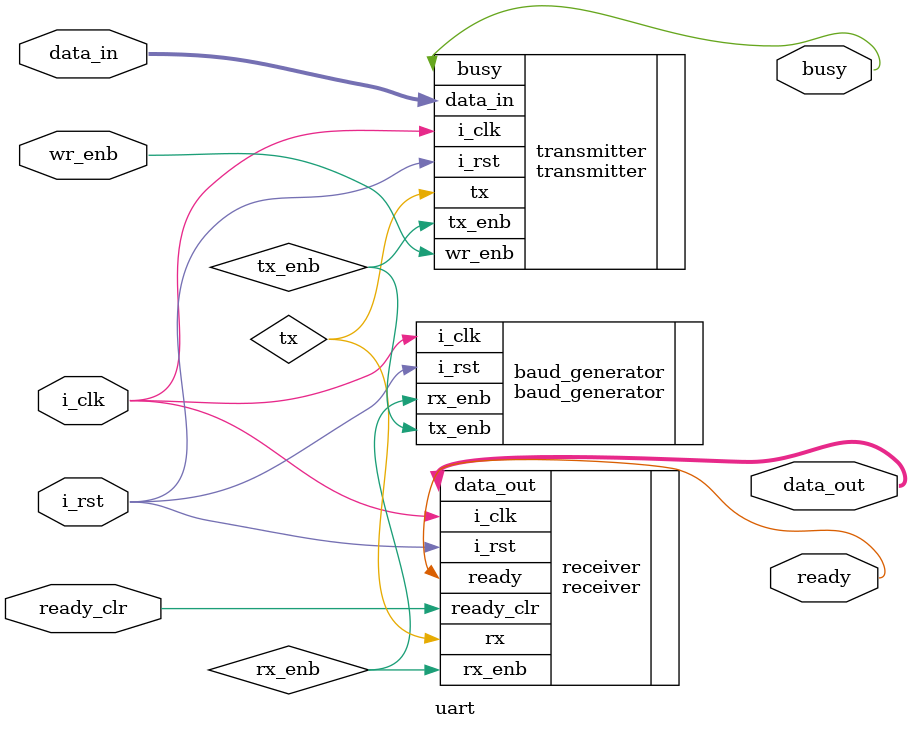
<source format=v>

 
module uart(
input i_clk,i_rst, wr_enb, ready_clr,
input [7:0]data_in, 
output [7:0]data_out, 
output ready, busy
);
wire rx_enb, tx_enb;//collecting output of baud rate generator
wire tx; //output of transmitter module

///////baud rate genrator instantiation
baud_generator baud_generator(
.i_clk(i_clk),
.i_rst(i_rst),
.rx_enb(rx_enb), 
.tx_enb(tx_enb)
);

///////transmitter instantiation
transmitter transmitter(
.i_clk(i_clk), 
.wr_enb(wr_enb), 
.tx_enb(tx_enb), 
.i_rst(i_rst), 
.data_in(data_in), 
.tx(tx), 
.busy(busy)
);

///////receiver instantiation
receiver receiver(
.i_clk(i_clk), 
.i_rst(i_rst), 
.ready_clr(ready_clr), 
.rx_enb(rx_enb), 
.rx(tx), 
.ready(ready), 
.data_out(data_out)
);
endmodule

</source>
